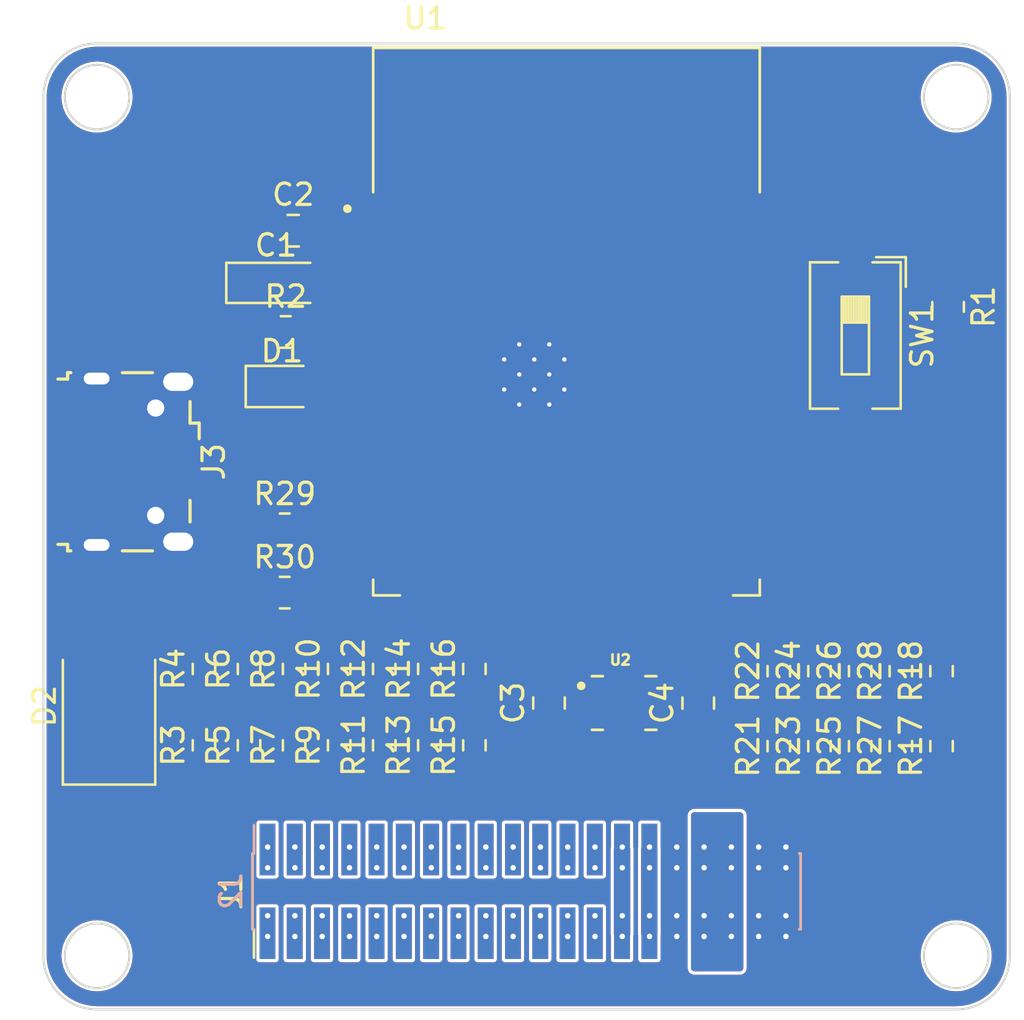
<source format=kicad_pcb>
(kicad_pcb (version 20221018) (generator pcbnew)
  (title_block (date "2023-06-14"))
  (layers (0 "F.Cu" signal) (31 "B.Cu" signal) (34 "B.Paste" user) (35 "F.Paste" user) (36 "B.SilkS" user "B.Silkscreen") (37 "F.SilkS" user "F.Silkscreen") (38 "B.Mask" user) (39 "F.Mask" user) (44 "Edge.Cuts" user))
  (net 0 "")
  (net 1 "+3.3V")
  (net 2 "+5V")
  (net 3 "/SPI_CS")
  (net 4 "/SPI_CLK")
  (net 5 "/SPI_MOSI")
  (net 6 "/SPI_MISO")
  (net 7 "/I2C_CLK")
  (net 8 "/GPIO_1")
  (net 9 "/GPIO_2")
  (net 10 "/GPIO_3")
  (net 11 "/GPIO_4")
  (net 12 "/GPIO_5")
  (net 13 "/GPIO_6")
  (net 14 "/GPIO_7")
  (net 15 "/GPIO_8")
  (net 16 "/ADC_1")
  (net 17 "/ADC_3")
  (net 18 "/ADC_4")
  (net 19 "/UART1_RX")
  (net 20 "/UART1_TX")
  (net 21 "/ADC_2")
  (net 22 "/I2C_SDA")
  (net 23 "/UART2_RX")
  (net 24 "Net-(D2-A)")
  (net 25 "/UART1_Rx")
  (net 26 "/USB-")
  (net 27 "/USB+")
  (net 28 "GND")
  (net 29 "/UART1_Tx")
  (net 30 "/UART2_TX")
  (net 31 "Net-(D1-K)")
  (net 32 "/LED")
  (net 33 "Net-(R1-Pad2)")
  (net 34 "/adc1_ch3")
  (net 35 "/adc1_ch4")
  (net 36 "/adc1_ch5")
  (net 37 "/adc1_ch6")
  (net 38 "/uart0_rx")
  (net 39 "/uart0_tx")
  (net 40 "/uart1_rx")
  (net 41 "/uart1_tx")
  (net 42 "/i2c_clk")
  (net 43 "/i2c_sda")
  (net 44 "/spi3_cs")
  (net 45 "/spi3_clk")
  (net 46 "/spi3_mosi")
  (net 47 "/spi3_miso")
  (net 48 "/gpio9")
  (net 49 "/gpio10")
  (net 50 "/usb_d+")
  (net 51 "/usb_d-")
  (net 52 "/gpio1")
  (net 53 "/gpio2")
  (net 54 "/gpio3")
  (net 55 "/gpio4")
  (net 56 "/gpio5")
  (net 57 "/gpio7")
  (net 58 "/gpio8")
  (net 59 "Net-(U1-IO0)")
  (net 62 "/spi2_cs")
  (net 63 "/spi2_mosi")
  (net 64 "/spi2_clk")
  (net 65 "/spi2_miso")
  (net 66 "/IMU_FSYNC")
  (net 69 "/UART2_Rx")
  (net 70 "/UART2_Tx")
  (net 71 "/UART3_Rx")
  (net 72 "/UART3_Tx")
  (net 73 "/GPIO_9")
  (net 74 "/GPIO_10")
  (net 75 "/+BATT")
  (net 76 "Net-(J3-D-)")
  (net 77 "Net-(J3-D+)")
  (footprint "Resistor_SMD:R_0603_1608Metric" (layer "F.Cu") (at 84.961534 65.4542 90)
    (fp_text reference "R21" (at 0 -1.43 90) (layer "F.SilkS"))
    (fp_text value "100")
    (pad "1" smd roundrect (at -0.825 0 90) (size 0.8 0.95) (layers "F.Cu" "F.Paste" "F.Mask") (net 52 "/gpio1"))
    (pad "2" smd roundrect (at 0.825 0 90) (size 0.8 0.95) (layers "F.Cu" "F.Paste" "F.Mask") (net 8 "/GPIO_1"))
  )
  (footprint "Connector_PinHeader_1.27mm:PinHeader_2x20_P1.27mm_Vertical_SMD" (layer "F.Cu") (at 73.22 72.22 90)
    (fp_text reference "J1" (at 0 -13.76 90) (layer "F.SilkS"))
    (fp_text value "TOP" hide)
    (pad "1" smd rect (at -1.95 -12.065 90) (size 2.4 0.74) (layers "F.Cu" "F.Paste" "F.Mask") (net 16 "/ADC_1"))
    (pad "2" smd rect (at 1.95 -12.065 90) (size 2.4 0.74) (layers "F.Cu" "F.Paste" "F.Mask") (net 21 "/ADC_2"))
    (pad "3" smd rect (at -1.95 -10.795 90) (size 2.4 0.74) (layers "F.Cu" "F.Paste" "F.Mask") (net 17 "/ADC_3"))
    (pad "4" smd rect (at 1.95 -10.795 90) (size 2.4 0.74) (layers "F.Cu" "F.Paste" "F.Mask") (net 18 "/ADC_4"))
    (pad "5" smd rect (at -1.95 -9.525 90) (size 2.4 0.74) (layers "F.Cu" "F.Paste" "F.Mask") (net 25 "/UART1_Rx"))
    (pad "6" smd rect (at 1.95 -9.525 90) (size 2.4 0.74) (layers "F.Cu" "F.Paste" "F.Mask") (net 29 "/UART1_Tx"))
    (pad "7" smd rect (at -1.95 -8.255 90) (size 2.4 0.74) (layers "F.Cu" "F.Paste" "F.Mask") (net 69 "/UART2_Rx"))
    (pad "8" smd rect (at 1.95 -8.255 90) (size 2.4 0.74) (layers "F.Cu" "F.Paste" "F.Mask") (net 70 "/UART2_Tx"))
    (pad "9" smd rect (at -1.95 -6.985 90) (size 2.4 0.74) (layers "F.Cu" "F.Paste" "F.Mask") (net 71 "/UART3_Rx"))
    (pad "10" smd rect (at 1.95 -6.985 90) (size 2.4 0.74) (layers "F.Cu" "F.Paste" "F.Mask") (net 72 "/UART3_Tx"))
    (pad "11" smd rect (at -1.95 -5.715 90) (size 2.4 0.74) (layers "F.Cu" "F.Paste" "F.Mask") (net 22 "/I2C_SDA"))
    (pad "12" smd rect (at 1.95 -5.715 90) (size 2.4 0.74) (layers "F.Cu" "F.Paste" "F.Mask") (net 7 "/I2C_CLK"))
    (pad "13" smd rect (at -1.95 -4.445 90) (size 2.4 0.74) (layers "F.Cu" "F.Paste" "F.Mask") (net 3 "/SPI_CS"))
    (pad "14" smd rect (at 1.95 -4.445 90) (size 2.4 0.74) (layers "F.Cu" "F.Paste" "F.Mask") (net 4 "/SPI_CLK"))
    (pad "15" smd rect (at -1.95 -3.175 90) (size 2.4 0.74) (layers "F.Cu" "F.Paste" "F.Mask") (net 5 "/SPI_MOSI"))
    (pad "16" smd rect (at 1.95 -3.175 90) (size 2.4 0.74) (layers "F.Cu" "F.Paste" "F.Mask") (net 6 "/SPI_MISO"))
    (pad "17" smd rect (at -1.95 -1.905 90) (size 2.4 0.74) (layers "F.Cu" "F.Paste" "F.Mask") (net 8 "/GPIO_1"))
    (pad "18" smd rect (at 1.95 -1.905 90) (size 2.4 0.74) (layers "F.Cu" "F.Paste" "F.Mask") (net 9 "/GPIO_2"))
    (pad "19" smd rect (at -1.95 -0.635 90) (size 2.4 0.74) (layers "F.Cu" "F.Paste" "F.Mask") (net 10 "/GPIO_3"))
    (pad "20" smd rect (at 1.95 -0.635 90) (size 2.4 0.74) (layers "F.Cu" "F.Paste" "F.Mask") (net 11 "/GPIO_4"))
    (pad "21" smd rect (at -1.95 0.635 90) (size 2.4 0.74) (layers "F.Cu" "F.Paste" "F.Mask") (net 12 "/GPIO_5"))
    (pad "22" smd rect (at 1.95 0.635 90) (size 2.4 0.74) (layers "F.Cu" "F.Paste" "F.Mask") (net 13 "/GPIO_6"))
    (pad "23" smd rect (at -1.95 1.905 90) (size 2.4 0.74) (layers "F.Cu" "F.Paste" "F.Mask") (net 14 "/GPIO_7"))
    (pad "24" smd rect (at 1.95 1.905 90) (size 2.4 0.74) (layers "F.Cu" "F.Paste" "F.Mask") (net 15 "/GPIO_8"))
    (pad "25" smd rect (at -1.95 3.175 90) (size 2.4 0.74) (layers "F.Cu" "F.Paste" "F.Mask") (net 73 "/GPIO_9"))
    (pad "26" smd rect (at 1.95 3.175 90) (size 2.4 0.74) (layers "F.Cu" "F.Paste" "F.Mask") (net 74 "/GPIO_10"))
    (pad "27" smd rect (at -1.95 4.445 90) (size 2.4 0.74) (layers "F.Cu" "F.Paste" "F.Mask") (net 1 "+3.3V"))
    (pad "28" smd rect (at 1.95 4.445 90) (size 2.4 0.74) (layers "F.Cu" "F.Paste" "F.Mask") (net 1 "+3.3V"))
    (pad "29" smd rect (at -1.95 5.715 90) (size 2.4 0.74) (layers "F.Cu" "F.Paste" "F.Mask") (net 2 "+5V"))
    (pad "30" smd rect (at 1.95 5.715 90) (size 2.4 0.74) (layers "F.Cu" "F.Paste" "F.Mask") (net 2 "+5V"))
    (pad "31" smd rect (at -1.95 6.985 90) (size 2.4 0.74) (layers "F.Cu" "F.Paste" "F.Mask") (net 28 "GND"))
    (pad "32" smd rect (at 1.95 6.985 90) (size 2.4 0.74) (layers "F.Cu" "F.Paste" "F.Mask") (net 28 "GND"))
    (pad "33" smd rect (at -1.95 8.255 90) (size 2.4 0.74) (layers "F.Cu" "F.Paste" "F.Mask") (net 75 "/+BATT"))
    (pad "34" smd rect (at 1.95 8.255 90) (size 2.4 0.74) (layers "F.Cu" "F.Paste" "F.Mask") (net 75 "/+BATT"))
    (pad "35" smd rect (at -1.95 9.525 90) (size 2.4 0.74) (layers "F.Cu" "F.Paste" "F.Mask") (net 75 "/+BATT"))
    (pad "36" smd rect (at 1.95 9.525 90) (size 2.4 0.74) (layers "F.Cu" "F.Paste" "F.Mask") (net 75 "/+BATT"))
    (pad "37" smd rect (at -1.95 10.795 90) (size 2.4 0.74) (layers "F.Cu" "F.Paste" "F.Mask") (net 28 "GND"))
    (pad "38" smd rect (at 1.95 10.795 90) (size 2.4 0.74) (layers "F.Cu" "F.Paste" "F.Mask") (net 28 "GND"))
    (pad "39" smd rect (at -1.95 12.065 90) (size 2.4 0.74) (layers "F.Cu" "F.Paste" "F.Mask") (net 28 "GND"))
    (pad "40" smd rect (at 1.95 12.065 90) (size 2.4 0.74) (layers "F.Cu" "F.Paste" "F.Mask") (net 28 "GND"))
  )
  (footprint "Capacitor_SMD:C_0805_2012Metric" (layer "F.Cu") (at 81.2108 63.4496 90)
    (fp_text reference "C4" (at 0 -1.68 90) (layer "F.SilkS"))
    (fp_text value "0.1uF")
    (pad "1" smd roundrect (at -0.95 0 90) (size 1 1.45) (layers "F.Cu" "F.Paste" "F.Mask") (net 1 "+3.3V"))
    (pad "2" smd roundrect (at 0.95 0 90) (size 1 1.45) (layers "F.Cu" "F.Paste" "F.Mask") (net 28 "GND"))
  )
  (footprint "Resistor_SMD:R_0603_1608Metric" (layer "F.Cu") (at 90.644782 61.9632 90)
    (fp_text reference "R28" (at 0 -1.43 90) (layer "F.SilkS"))
    (fp_text value "100")
    (pad "1" smd roundrect (at -0.825 0 90) (size 0.8 0.95) (layers "F.Cu" "F.Paste" "F.Mask") (net 58 "/gpio8"))
    (pad "2" smd roundrect (at 0.825 0 90) (size 0.8 0.95) (layers "F.Cu" "F.Paste" "F.Mask") (net 15 "/GPIO_8"))
  )
  (footprint "Resistor_SMD:R_0805_2012Metric" (layer "F.Cu") (at 61.9595 55.3536)
    (fp_text reference "R29" (at 0 -1.65) (layer "F.SilkS"))
    (fp_text value "22")
    (pad "1" smd roundrect (at -0.9125 0) (size 1.025 1.4) (layers "F.Cu" "F.Paste" "F.Mask") (roundrect_rratio 0.243902) (net 77 "Net-(J3-D+)"))
    (pad "2" smd roundrect (at 0.9125 0) (size 1.025 1.4) (layers "F.Cu" "F.Paste" "F.Mask") (roundrect_rratio 0.243902) (net 27 "/USB+"))
  )
  (footprint "Capacitor_SMD:C_0805_2012Metric" (layer "F.Cu") (at 62.3551 41.4464)
    (fp_text reference "C2" (at 0 -1.68) (layer "F.SilkS"))
    (fp_text value "0.1uF")
    (pad "1" smd roundrect (at -0.95 0) (size 1 1.45) (layers "F.Cu" "F.Paste" "F.Mask") (net 1 "+3.3V"))
    (pad "2" smd roundrect (at 0.95 0) (size 1 1.45) (layers "F.Cu" "F.Paste" "F.Mask") (net 28 "GND"))
  )
  (footprint "Diode_SMD:D_SMB" (layer "F.Cu") (at 53.7788 63.5868 90)
    (fp_text reference "D2" (at 0 -3 90) (layer "F.SilkS"))
    (fp_text value "SS54")
    (pad "1" smd roundrect (at -2.15 0 90) (size 2.5 2.3) (layers "F.Cu" "F.Paste" "F.Mask") (roundrect_rratio 0.1086956522) (net 2 "+5V"))
    (pad "2" smd roundrect (at 2.15 0 90) (size 2.5 2.3) (layers "F.Cu" "F.Paste" "F.Mask") (roundrect_rratio 0.1086956522) (net 24 "Net-(D2-A)"))
  )
  (footprint "Resistor_SMD:R_0603_1608Metric" (layer "F.Cu") (at 68.691015 65.4156 90)
    (fp_text reference "R13" (at 0 -1.43 90) (layer "F.SilkS"))
    (fp_text value "100")
    (pad "1" smd roundrect (at -0.825 0 90) (size 0.8 0.95) (layers "F.Cu" "F.Paste" "F.Mask") (net 44 "/spi3_cs"))
    (pad "2" smd roundrect (at 0.825 0 90) (size 0.8 0.95) (layers "F.Cu" "F.Paste" "F.Mask") (net 3 "/SPI_CS"))
  )
  (footprint "Resistor_SMD:R_0603_1608Metric" (layer "F.Cu") (at 62.395446 61.8596 90)
    (fp_text reference "R8" (at 0 -1.43 90) (layer "F.SilkS"))
    (fp_text value "100")
    (pad "1" smd roundrect (at -0.825 0 90) (size 0.8 0.95) (layers "F.Cu" "F.Paste" "F.Mask") (net 39 "/uart0_tx"))
    (pad "2" smd roundrect (at 0.825 0 90) (size 0.8 0.95) (layers "F.Cu" "F.Paste" "F.Mask") (net 20 "/UART1_TX"))
  )
  (footprint "Resistor_SMD:R_0603_1608Metric" (layer "F.Cu") (at 64.493969 61.8596 90)
    (fp_text reference "R10" (at 0 -1.43 90) (layer "F.SilkS"))
    (fp_text value "100")
    (pad "1" smd roundrect (at -0.825 0 90) (size 0.8 0.95) (layers "F.Cu" "F.Paste" "F.Mask") (net 41 "/uart1_tx"))
    (pad "2" smd roundrect (at 0.825 0 90) (size 0.8 0.95) (layers "F.Cu" "F.Paste" "F.Mask") (net 30 "/UART2_TX"))
  )
  (footprint "Resistor_SMD:R_0603_1608Metric" (layer "F.Cu") (at 70.789538 65.4156 90)
    (fp_text reference "R15" (at 0 -1.43 90) (layer "F.SilkS"))
    (fp_text value "100")
    (pad "1" smd roundrect (at -0.825 0 90) (size 0.8 0.95) (layers "F.Cu" "F.Paste" "F.Mask") (net 46 "/spi3_mosi"))
    (pad "2" smd roundrect (at 0.825 0 90) (size 0.8 0.95) (layers "F.Cu" "F.Paste" "F.Mask") (net 5 "/SPI_MOSI"))
  )
  (footprint "Resistor_SMD:R_0603_1608Metric" (layer "F.Cu") (at 64.493969 65.4156 90)
    (fp_text reference "R9" (at 0 -1.43 90) (layer "F.SilkS"))
    (fp_text value "100")
    (pad "1" smd roundrect (at -0.825 0 90) (size 0.8 0.95) (layers "F.Cu" "F.Paste" "F.Mask") (net 40 "/uart1_rx"))
    (pad "2" smd roundrect (at 0.825 0 90) (size 0.8 0.95) (layers "F.Cu" "F.Paste" "F.Mask") (net 23 "/UART2_RX"))
  )
  (footprint "Resistor_SMD:R_0603_1608Metric" (layer "F.Cu") (at 92.5392 65.4542 90)
    (fp_text reference "R17" (at 0 -1.43 90) (layer "F.SilkS"))
    (fp_text value "100")
    (pad "1" smd roundrect (at -0.825 0 90) (size 0.8 0.95) (layers "F.Cu" "F.Paste" "F.Mask") (net 48 "/gpio9"))
    (pad "2" smd roundrect (at 0.825 0 90) (size 0.8 0.95) (layers "F.Cu" "F.Paste" "F.Mask") (net 73 "/GPIO_9"))
  )
  (footprint "Resistor_SMD:R_0603_1608Metric" (layer "F.Cu") (at 68.691015 61.8596 90)
    (fp_text reference "R14" (at 0 -1.43 90) (layer "F.SilkS"))
    (fp_text value "100")
    (pad "1" smd roundrect (at -0.825 0 90) (size 0.8 0.95) (layers "F.Cu" "F.Paste" "F.Mask") (net 45 "/spi3_clk"))
    (pad "2" smd roundrect (at 0.825 0 90) (size 0.8 0.95) (layers "F.Cu" "F.Paste" "F.Mask") (net 4 "/SPI_CLK"))
  )
  (footprint "Resistor_SMD:R_0603_1608Metric" (layer "F.Cu") (at 62.395446 65.4156 90)
    (fp_text reference "R7" (at 0 -1.43 90) (layer "F.SilkS"))
    (fp_text value "100")
    (pad "1" smd roundrect (at -0.825 0 90) (size 0.8 0.95) (layers "F.Cu" "F.Paste" "F.Mask") (net 38 "/uart0_rx"))
    (pad "2" smd roundrect (at 0.825 0 90) (size 0.8 0.95) (layers "F.Cu" "F.Paste" "F.Mask") (net 19 "/UART1_RX"))
  )
  (footprint "Resistor_SMD:R_0603_1608Metric" (layer "F.Cu") (at 88.750366 65.4542 90)
    (fp_text reference "R25" (at 0 -1.43 90) (layer "F.SilkS"))
    (fp_text value "100")
    (pad "1" smd roundrect (at -0.825 0 90) (size 0.8 0.95) (layers "F.Cu" "F.Paste" "F.Mask") (net 56 "/gpio5"))
    (pad "2" smd roundrect (at 0.825 0 90) (size 0.8 0.95) (layers "F.Cu" "F.Paste" "F.Mask") (net 12 "/GPIO_5"))
  )
  (footprint "Connector_USB:USB_Micro-B_Wuerth_629105150521" (layer "F.Cu") (at 55.1504 52.2076 -90)
    (fp_text reference "J3" (at 0 -3.5 90) (layer "F.SilkS"))
    (fp_text value "USB_B_Micro")
    (pad "" np_thru_hole oval (at -2.5 -0.8 270) (size 0.8 0.8) (drill 0.8) (layers "*.Cu" "*.Mask"))
    (pad "" np_thru_hole oval (at 2.5 -0.8 270) (size 0.8 0.8) (drill 0.8) (layers "*.Cu" "*.Mask"))
    (pad "1" smd rect (at -1.3 -1.9 270) (size 0.45 1.3) (layers "F.Cu" "F.Paste" "F.Mask") (net 24 "Net-(D2-A)"))
    (pad "2" smd rect (at -0.65 -1.9 270) (size 0.45 1.3) (layers "F.Cu" "F.Paste" "F.Mask") (net 76 "Net-(J3-D-)"))
    (pad "3" smd rect (at 0 -1.9 270) (size 0.45 1.3) (layers "F.Cu" "F.Paste" "F.Mask") (net 77 "Net-(J3-D+)"))
    (pad "4" smd rect (at 0.65 -1.9 270) (size 0.45 1.3) (layers "F.Cu" "F.Paste" "F.Mask"))
    (pad "5" smd rect (at 1.3 -1.9 270) (size 0.45 1.3) (layers "F.Cu" "F.Paste" "F.Mask") (net 28 "GND"))
    (pad "6" thru_hole oval (at -3.875 1.95 270) (size 1.15 1.8) (drill oval 0.55 1.2) (layers "*.Cu" "*.Mask") (net 28 "GND"))
    (pad "6" thru_hole oval (at -3.725 -1.85 270) (size 1.45 2) (drill oval 0.85 1.4) (layers "*.Cu" "*.Mask") (net 28 "GND"))
    (pad "6" thru_hole oval (at 3.725 -1.85 270) (size 1.45 2) (drill oval 0.85 1.4) (layers "*.Cu" "*.Mask") (net 28 "GND"))
    (pad "6" thru_hole oval (at 3.875 1.95 270) (size 1.15 1.8) (drill oval 0.55 1.2) (layers "*.Cu" "*.Mask") (net 28 "GND"))
  )
  (footprint "Resistor_SMD:R_0805_2012Metric" (layer "F.Cu") (at 61.9595 58.3036)
    (fp_text reference "R30" (at 0 -1.65) (layer "F.SilkS"))
    (fp_text value "22")
    (pad "1" smd roundrect (at -0.9125 0) (size 1.025 1.4) (layers "F.Cu" "F.Paste" "F.Mask") (roundrect_rratio 0.243902) (net 76 "Net-(J3-D-)"))
    (pad "2" smd roundrect (at 0.9125 0) (size 1.025 1.4) (layers "F.Cu" "F.Paste" "F.Mask") (roundrect_rratio 0.243902) (net 26 "/USB-"))
  )
  (footprint "Resistor_SMD:R_0603_1608Metric" (layer "F.Cu") (at 58.1984 65.4156 90)
    (fp_text reference "R3" (at 0 -1.43 90) (layer "F.SilkS"))
    (fp_text value "100")
    (pad "1" smd roundrect (at -0.825 0 90) (size 0.8 0.95) (layers "F.Cu" "F.Paste" "F.Mask") (net 34 "/adc1_ch3"))
    (pad "2" smd roundrect (at 0.825 0 90) (size 0.8 0.95) (layers "F.Cu" "F.Paste" "F.Mask") (net 16 "/ADC_1"))
  )
  (footprint "ICM-42688-P:ICM-42688-P" (layer "F.Cu") (at 77.7598 63.4456)
    (fp_text reference "U2" (at -0.176 -2.0048) (layer "F.SilkS") (effects (font (size 0.48 0.48))))
    (fp_text value "ICM-42688-P")
    (pad "1" smd roundrect (at -1.165 -0.75) (size 0.59 0.35) (layers "F.Cu" "F.Paste") (roundrect_rratio 0.09) (net 47 "/spi3_miso"))
    (pad "2" smd roundrect (at -1.165 -0.25) (size 0.59 0.35) (layers "F.Cu" "F.Paste") (roundrect_rratio 0.09) (net 28 "GND"))
    (pad "3" smd roundrect (at -1.165 0.25) (size 0.59 0.35) (layers "F.Cu" "F.Paste") (roundrect_rratio 0.09) (net 28 "GND"))
    (pad "4" smd roundrect (at -1.165 0.75) (size 0.59 0.35) (layers "F.Cu" "F.Paste") (roundrect_rratio 0.09))
    (pad "5" smd roundrect (at -0.5 0.915 90) (size 0.59 0.35) (layers "F.Cu" "F.Paste") (roundrect_rratio 0.09) (net 1 "+3.3V"))
    (pad "6" smd roundrect (at 0 0.915 90) (size 0.59 0.35) (layers "F.Cu" "F.Paste") (roundrect_rratio 0.09) (net 28 "GND"))
    (pad "7" smd roundrect (at 0.5 0.915 90) (size 0.59 0.35) (layers "F.Cu" "F.Paste") (roundrect_rratio 0.09) (net 28 "GND"))
    (pad "8" smd roundrect (at 1.165 0.75 180) (size 0.59 0.35) (layers "F.Cu" "F.Paste") (roundrect_rratio 0.09) (net 1 "+3.3V"))
    (pad "9" smd roundrect (at 1.165 0.25 180) (size 0.59 0.35) (layers "F.Cu" "F.Paste") (roundrect_rratio 0.09) (net 66 "/IMU_FSYNC"))
    (pad "10" smd roundrect (at 1.165 -0.25 180) (size 0.59 0.35) (layers "F.Cu" "F.Paste") (roundrect_rratio 0.09) (net 28 "GND"))
    (pad "11" smd roundrect (at 1.165 -0.75 180) (size 0.59 0.35) (layers "F.Cu" "F.Paste") (roundrect_rratio 0.09) (net 28 "GND"))
    (pad "12" smd roundrect (at 0.5 -0.915 270) (size 0.59 0.35) (layers "F.Cu" "F.Paste") (roundrect_rratio 0.09) (net 44 "/spi3_cs"))
    (pad "13" smd roundrect (at 0 -0.915 270) (size 0.59 0.35) (layers "F.Cu" "F.Paste") (roundrect_rratio 0.09) (net 45 "/spi3_clk"))
    (pad "14" smd roundrect (at -0.5 -0.915 270) (size 0.59 0.35) (layers "F.Cu" "F.Paste") (roundrect_rratio 0.09) (net 46 "/spi3_mosi"))
  )
  (footprint "Resistor_SMD:R_0603_1608Metric" (layer "F.Cu") (at 60.296923 65.4156 90)
    (fp_text reference "R5" (at 0 -1.43 90) (layer "F.SilkS"))
    (fp_text value "100")
    (pad "1" smd roundrect (at -0.825 0 90) (size 0.8 0.95) (layers "F.Cu" "F.Paste" "F.Mask") (net 36 "/adc1_ch5"))
    (pad "2" smd roundrect (at 0.825 0 90) (size 0.8 0.95) (layers "F.Cu" "F.Paste" "F.Mask") (net 17 "/ADC_3"))
  )
  (footprint "Resistor_SMD:R_0603_1608Metric" (layer "F.Cu") (at 58.1984 61.8596 90)
    (fp_text reference "R4" (at 0 -1.43 90) (layer "F.SilkS"))
    (fp_text value "100")
    (pad "1" smd roundrect (at -0.825 0 90) (size 0.8 0.95) (layers "F.Cu" "F.Paste" "F.Mask") (net 35 "/adc1_ch4"))
    (pad "2" smd roundrect (at 0.825 0 90) (size 0.8 0.95) (layers "F.Cu" "F.Paste" "F.Mask") (net 21 "/ADC_2"))
  )
  (footprint "Resistor_SMD:R_0603_1608Metric" (layer "F.Cu") (at 88.750366 61.9632 90)
    (fp_text reference "R26" (at 0 -1.43 90) (layer "F.SilkS"))
    (fp_text value "100")
    (pad "1" smd roundrect (at -0.825 0 90) (size 0.8 0.95) (layers "F.Cu" "F.Paste" "F.Mask") (net 56 "/gpio5"))
    (pad "2" smd roundrect (at 0.825 0 90) (size 0.8 0.95) (layers "F.Cu" "F.Paste" "F.Mask") (net 13 "/GPIO_6"))
  )
  (footprint "Resistor_SMD:R_0603_1608Metric" (layer "F.Cu") (at 92.5392 61.9632 90)
    (fp_text reference "R18" (at 0 -1.43 90) (layer "F.SilkS"))
    (fp_text value "100")
    (pad "1" smd roundrect (at -0.825 0 90) (size 0.8 0.95) (layers "F.Cu" "F.Paste" "F.Mask") (net 49 "/gpio10"))
    (pad "2" smd roundrect (at 0.825 0 90) (size 0.8 0.95) (layers "F.Cu" "F.Paste" "F.Mask") (net 74 "/GPIO_10"))
  )
  (footprint "Button_Switch_SMD:SW_DIP_SPSTx01_Slide_6.7x4.1mm_W6.73mm_P2.54mm_LowProfile_JPin" (layer "F.Cu") (at 88.526 46.327 -90)
    (fp_text reference "SW1" (at 0 -3.11 90) (layer "F.SilkS"))
    (fp_text value "SW_Push")
    (pad "1" smd rect (at -3.365 0 270) (size 2.16 1.12) (layers "F.Cu" "F.Paste" "F.Mask") (net 33 "Net-(R1-Pad2)"))
    (pad "2" smd rect (at 3.365 0 270) (size 2.16 1.12) (layers "F.Cu" "F.Paste" "F.Mask") (net 59 "Net-(U1-IO0)"))
  )
  (footprint "Resistor_SMD:R_0603_1608Metric" (layer "F.Cu") (at 84.961534 61.9632 90)
    (fp_text reference "R22" (at 0 -1.43 90) (layer "F.SilkS"))
    (fp_text value "100")
    (pad "1" smd roundrect (at -0.825 0 90) (size 0.8 0.95) (layers "F.Cu" "F.Paste" "F.Mask") (net 53 "/gpio2"))
    (pad "2" smd roundrect (at 0.825 0 90) (size 0.8 0.95) (layers "F.Cu" "F.Paste" "F.Mask") (net 9 "/GPIO_2"))
  )
  (footprint "Capacitor_SMD:C_0805_2012Metric" (layer "F.Cu") (at 74.2638 63.4446 90)
    (fp_text reference "C3" (at 0 -1.68 90) (layer "F.SilkS"))
    (fp_text value "0.1uF")
    (pad "1" smd roundrect (at -0.95 0 90) (size 1 1.45) (layers "F.Cu" "F.Paste" "F.Mask") (net 1 "+3.3V"))
    (pad "2" smd roundrect (at 0.95 0 90) (size 1 1.45) (layers "F.Cu" "F.Paste" "F.Mask") (net 28 "GND"))
  )
  (footprint "Resistor_SMD:R_0603_1608Metric" (layer "F.Cu") (at 86.85595 65.4542 90)
    (fp_text reference "R23" (at 0 -1.43 90) (layer "F.SilkS"))
    (fp_text value "100")
    (pad "1" smd roundrect (at -0.825 0 90) (size 0.8 0.95) (layers "F.Cu" "F.Paste" "F.Mask") (net 54 "/gpio3"))
    (pad "2" smd roundrect (at 0.825 0 90) (size 0.8 0.95) (layers "F.Cu" "F.Paste" "F.Mask") (net 10 "/GPIO_3"))
  )
  (footprint "Resistor_SMD:R_0603_1608Metric" (layer "F.Cu") (at 66.592492 61.8596 90)
    (fp_text reference "R12" (at 0 -1.43 90) (layer "F.SilkS"))
    (fp_text value "100")
    (pad "1" smd roundrect (at -0.825 0 90) (size 0.8 0.95) (layers "F.Cu" "F.Paste" "F.Mask") (net 43 "/i2c_sda"))
    (pad "2" smd roundrect (at 0.825 0 90) (size 0.8 0.95) (layers "F.Cu" "F.Paste" "F.Mask") (net 7 "/I2C_CLK"))
  )
  (footprint "Resistor_SMD:R_0603_1608Metric" (layer "F.Cu") (at 86.85595 61.9632 90)
    (fp_text reference "R24" (at 0 -1.43 90) (layer "F.SilkS"))
    (fp_text value "100")
    (pad "1" smd roundrect (at -0.825 0 90) (size 0.8 0.95) (layers "F.Cu" "F.Paste" "F.Mask") (net 55 "/gpio4"))
    (pad "2" smd roundrect (at 0.825 0 90) (size 0.8 0.95) (layers "F.Cu" "F.Paste" "F.Mask") (net 11 "/GPIO_4"))
  )
  (footprint "ESP32-S3-WROOM-1:ESP32-S3-WROOM-1" (layer "F.Cu") (at 75.077 45.682)
    (fp_text reference "U1" (at -6.575 -14.135) (layer "F.SilkS"))
    (fp_text value "ESP32-S3-WROOM-1-N16R2")
    (pad "1" smd rect (at -8.75 -5.26) (size 1.5 0.9) (layers "F.Cu" "F.Paste" "F.Mask") (net 28 "GND"))
    (pad "2" smd rect (at -8.75 -3.99) (size 1.5 0.9) (layers "F.Cu" "F.Paste" "F.Mask") (net 1 "+3.3V"))
    (pad "3" smd rect (at -8.75 -2.72) (size 1.5 0.9) (layers "F.Cu" "F.Paste" "F.Mask") (net 1 "+3.3V"))
    (pad "4" smd rect (at -8.75 -1.45) (size 1.5 0.9) (layers "F.Cu" "F.Paste" "F.Mask") (net 34 "/adc1_ch3"))
    (pad "5" smd rect (at -8.75 -0.18) (size 1.5 0.9) (layers "F.Cu" "F.Paste" "F.Mask") (net 35 "/adc1_ch4"))
    (pad "6" smd rect (at -8.75 1.09) (size 1.5 0.9) (layers "F.Cu" "F.Paste" "F.Mask") (net 36 "/adc1_ch5"))
    (pad "7" smd rect (at -8.75 2.36) (size 1.5 0.9) (layers "F.Cu" "F.Paste" "F.Mask") (net 37 "/adc1_ch6"))
    (pad "8" smd rect (at -8.75 3.63) (size 1.5 0.9) (layers "F.Cu" "F.Paste" "F.Mask") (net 41 "/uart1_tx"))
    (pad "9" smd rect (at -8.75 4.9) (size 1.5 0.9) (layers "F.Cu" "F.Paste" "F.Mask") (net 40 "/uart1_rx"))
    (pad "10" smd rect (at -8.75 6.17) (size 1.5 0.9) (layers "F.Cu" "F.Paste" "F.Mask") (net 42 "/i2c_clk"))
    (pad "11" smd rect (at -8.75 7.44) (size 1.5 0.9) (layers "F.Cu" "F.Paste" "F.Mask") (net 43 "/i2c_sda"))
    (pad "12" smd rect (at -8.75 8.71) (size 1.5 0.9) (layers "F.Cu" "F.Paste" "F.Mask") (net 32 "/LED"))
    (pad "13" smd rect (at -8.75 9.98) (size 1.5 0.9) (layers "F.Cu" "F.Paste" "F.Mask") (net 51 "/usb_d-"))
    (pad "14" smd rect (at -8.75 11.25) (size 1.5 0.9) (layers "F.Cu" "F.Paste" "F.Mask") (net 50 "/usb_d+"))
    (pad "15" smd rect (at -6.985 12.5) (size 0.9 1.5) (layers "F.Cu" "F.Paste" "F.Mask"))
    (pad "16" smd rect (at -5.715 12.5) (size 0.9 1.5) (layers "F.Cu" "F.Paste" "F.Mask"))
    (pad "17" smd rect (at -4.445 12.5) (size 0.9 1.5) (layers "F.Cu" "F.Paste" "F.Mask") (net 62 "/spi2_cs"))
    (pad "18" smd rect (at -3.175 12.5) (size 0.9 1.5) (layers "F.Cu" "F.Paste" "F.Mask") (net 63 "/spi2_mosi"))
    (pad "19" smd rect (at -1.905 12.5) (size 0.9 1.5) (layers "F.Cu" "F.Paste" "F.Mask") (net 64 "/spi2_clk"))
    (pad "20" smd rect (at -0.635 12.5) (size 0.9 1.5) (layers "F.Cu" "F.Paste" "F.Mask") (net 65 "/spi2_miso"))
    (pad "21" smd rect (at 0.635 12.5) (size 0.9 1.5) (layers "F.Cu" "F.Paste" "F.Mask") (net 44 "/spi3_cs"))
    (pad "22" smd rect (at 1.905 12.5) (size 0.9 1.5) (layers "F.Cu" "F.Paste" "F.Mask") (net 45 "/spi3_clk"))
    (pad "23" smd rect (at 3.175 12.5) (size 0.9 1.5) (layers "F.Cu" "F.Paste" "F.Mask") (net 46 "/spi3_mosi"))
    (pad "24" smd rect (at 4.445 12.5) (size 0.9 1.5) (layers "F.Cu" "F.Paste" "F.Mask") (net 47 "/spi3_miso"))
    (pad "25" smd rect (at 5.715 12.5) (size 0.9 1.5) (layers "F.Cu" "F.Paste" "F.Mask") (net 66 "/IMU_FSYNC"))
    (pad "26" smd rect (at 6.985 12.5) (size 0.9 1.5) (layers "F.Cu" "F.Paste" "F.Mask"))
    (pad "27" smd rect (at 8.75 11.25) (size 1.5 0.9) (layers "F.Cu" "F.Paste" "F.Mask") (net 59 "Net-(U1-IO0)"))
    (pad "28" smd rect (at 8.75 9.98) (size 1.5 0.9) (layers "F.Cu" "F.Paste" "F.Mask") (net 52 "/gpio1"))
    (pad "29" smd rect (at 8.75 8.71) (size 1.5 0.9) (layers "F.Cu" "F.Paste" "F.Mask") (net 53 "/gpio2"))
    (pad "30" smd rect (at 8.75 7.44) (size 1.5 0.9) (layers "F.Cu" "F.Paste" "F.Mask") (net 54 "/gpio3"))
    (pad "31" smd rect (at 8.75 6.17) (size 1.5 0.9) (layers "F.Cu" "F.Paste" "F.Mask") (net 55 "/gpio4"))
    (pad "32" smd rect (at 8.75 4.9) (size 1.5 0.9) (layers "F.Cu" "F.Paste" "F.Mask") (net 56 "/gpio5"))
    (pad "33" smd rect (at 8.75 3.63) (size 1.5 0.9) (layers "F.Cu" "F.Paste" "F.Mask") (net 56 "/gpio5"))
    (pad "34" smd rect (at 8.75 2.36) (size 1.5 0.9) (layers "F.Cu" "F.Paste" "F.Mask") (net 57 "/gpio7"))
    (pad "35" smd rect (at 8.75 1.09) (size 1.5 0.9) (layers "F.Cu" "F.Paste" "F.Mask") (net 58 "/gpio8"))
    (pad "36" smd rect (at 8.75 -0.18) (size 1.5 0.9) (layers "F.Cu" "F.Paste" "F.Mask") (net 38 "/uart0_rx"))
    (pad "37" smd rect (at 8.75 -1.45) (size 1.5 0.9) (layers "F.Cu" "F.Paste" "F.Mask") (net 39 "/uart0_tx"))
    (pad "38" smd rect (at 8.75 -2.72) (size 1.5 0.9) (layers "F.Cu" "F.Paste" "F.Mask") (net 48 "/gpio9"))
    (pad "39" smd rect (at 8.75 -3.99) (size 1.5 0.9) (layers "F.Cu" "F.Paste" "F.Mask") (net 49 "/gpio10"))
    (pad "40" smd rect (at 8.75 -5.26) (size 1.5 0.9) (layers "F.Cu" "F.Paste" "F.Mask") (net 28 "GND"))
    (pad "41_1" smd rect (at -1.5 2.46) (size 0.9 0.9) (layers "F.Cu" "F.Paste" "F.Mask") (net 28 "GND"))
    (pad "41_2" smd rect (at -2.9 2.46) (size 0.9 0.9) (layers "F.Cu" "F.Paste" "F.Mask") (net 28 "GND"))
    (pad "41_3" smd rect (at -0.1 2.46) (size 0.9 0.9) (layers "F.Cu" "F.Paste" "F.Mask") (net 28 "GND"))
    (pad "41_4" smd rect (at -2.9 3.86) (size 0.9 0.9) (layers "F.Cu" "F.Paste" "F.Mask") (net 28 "GND"))
    (pad "41_5" smd rect (at -1.5 3.86) (size 0.9 0.9) (layers "F.Cu" "F.Paste" "F.Mask") (net 28 "GND"))
    (pad "41_6" smd rect (at -0.1 3.86) (size 0.9 0.9) (layers "F.Cu" "F.Paste" "F.Mask") (net 28 "GND"))
    (pad "41_7" smd rect (at -2.9 1.06) (size 0.9 0.9) (layers "F.Cu" "F.Paste" "F.Mask") (net 28 "GND"))
    (pad "41_8" smd rect (at -1.5 1.06) (size 0.9 0.9) (layers "F.Cu" "F.Paste" "F.Mask") (net 28 "GND"))
    (pad "41_9" smd rect (at -0.1 1.06) (size 0.9 0.9) (layers "F.Cu" "F.Paste" "F.Mask") (net 28 "GND"))
    (pad "41_10" thru_hole circle (at -1.5 1.76) (size 0.4 0.4) (drill 0.2) (layers "*.Cu"))
    (pad "41_11" thru_hole circle (at -2.9 1.76) (size 0.4 0.4) (drill 0.2) (layers "*.Cu"))
    (pad "41_12" thru_hole circle (at -0.1 1.76) (size 0.4 0.4) (drill 0.2) (layers "*.Cu"))
    (pad "41_13" thru_hole circle (at -2.9 3.16) (size 0.4 0.4) (drill 0.2) (layers "*.Cu"))
    (pad "41_14" thru_hole circle (at -1.5 3.16) (size 0.4 0.4) (drill 0.2) (layers "*.Cu"))
    (pad "41_15" thru_hole circle (at -0.1 3.16) (size 0.4 0.4) (drill 0.2) (layers "*.Cu"))
    (pad "41_16" thru_hole circle (at -2.2 1.06) (size 0.4 0.4) (drill 0.2) (layers "*.Cu"))
    (pad "41_17" thru_hole circle (at -0.8 1.06) (size 0.4 0.4) (drill 0.2) (layers "*.Cu"))
    (pad "41_18" thru_hole circle (at -2.2 2.46) (size 0.4 0.4) (drill 0.2) (layers "*.Cu"))
    (pad "41_19" thru_hole circle (at -0.8 2.46) (size 0.4 0.4) (drill 0.2) (layers "*.Cu"))
    (pad "41_20" thru_hole circle (at -2.2 3.86) (size 0.4 0.4) (drill 0.2) (layers "*.Cu"))
    (pad "41_21" thru_hole circle (at -0.8 3.86) (size 0.4 0.4) (drill 0.2) (layers "*.Cu"))
    (zone (net 0) (net_name "") (layer "F.Cu") (connect_pads (clearance 0)) (min_thickness 0.01)
      (keepout (tracks not_allowed) (vias not_allowed) (pads not_allowed) (copperpour not_allowed) (footprints allowed))
      (fill (thermal_gap 0.508) (thermal_bridge_width 0.508))
      (polygon (pts (xy 66.077 32.932) (xy 84.077 32.932) (xy 84.077 38.932) (xy 66.077 38.932)))
    )
    (zone (net 0) (net_name "") (layer "B.Cu") (connect_pads (clearance 0)) (min_thickness 0.01)
      (keepout (tracks not_allowed) (vias not_allowed) (pads not_allowed) (copperpour not_allowed) (footprints allowed))
      (fill (thermal_gap 0.508) (thermal_bridge_width 0.508))
      (polygon (pts (xy 66.077 32.932) (xy 84.077 32.932) (xy 84.077 38.932) (xy 66.077 38.932)))
    )
  )
  (footprint "Resistor_SMD:R_0805_2012Metric" (layer "F.Cu") (at 92.844 44.994 -90)
    (fp_text reference "R1" (at 0 -1.65 90) (layer "F.SilkS"))
    (fp_text value "1k")
    (pad "1" smd roundrect (at -0.9125 0 270) (size 1.025 1.4) (layers "F.Cu" "F.Paste" "F.Mask") (roundrect_rratio 0.243902) (net 28 "GND"))
    (pad "2" smd roundrect (at 0.9125 0 270) (size 1.025 1.4) (layers "F.Cu" "F.Paste" "F.Mask") (roundrect_rratio 0.243902) (net 33 "Net-(R1-Pad2)"))
  )
  (footprint "Resistor_SMD:R_0805_2012Metric" (layer "F.Cu") (at 62.0038 46.1624)
    (fp_text reference "R2" (at 0 -1.65) (layer "F.SilkS"))
    (fp_text value "10k")
    (pad "1" smd roundrect (at -0.9125 0) (size 1.025 1.4) (layers "F.Cu" "F.Paste" "F.Mask") (roundrect_rratio 0.243902) (net 28 "GND"))
    (pad "2" smd roundrect (at 0.9125 0) (size 1.025 1.4) (layers "F.Cu" "F.Paste" "F.Mask") (roundrect_rratio 0.243902) (net 31 "Net-(D1-K)"))
  )
  (footprint "Resistor_SMD:R_0603_1608Metric" (layer "F.Cu") (at 66.592492 65.4156 90)
    (fp_text reference "R11" (at 0 -1.43 90) (layer "F.SilkS"))
    (fp_text value "100")
    (pad "1" smd roundrect (at -0.825 0 90) (size 0.8 0.95) (layers "F.Cu" "F.Paste" "F.Mask") (net 42 "/i2c_clk"))
    (pad "2" smd roundrect (at 0.825 0 90) (size 0.8 0.95) (layers "F.Cu" "F.Paste" "F.Mask") (net 22 "/I2C_SDA"))
  )
  (footprint "Resistor_SMD:R_0603_1608Metric" (layer "F.Cu") (at 70.789538 61.8596 90)
    (fp_text reference "R16" (at 0 -1.43 90) (layer "F.SilkS"))
    (fp_text value "100")
    (pad "1" smd roundrect (at -0.825 0 90) (size 0.8 0.95) (layers "F.Cu" "F.Paste" "F.Mask") (net 47 "/spi3_miso"))
    (pad "2" smd roundrect (at 0.825 0 90) (size 0.8 0.95) (layers "F.Cu" "F.Paste" "F.Mask") (net 6 "/SPI_MISO"))
  )
  (footprint "LED_SMD:LED_0805_2012Metric" (layer "F.Cu") (at 61.8283 48.7024)
    (fp_text reference "D1" (at 0 -1.65) (layer "F.SilkS"))
    (fp_text value "LED")
    (pad "1" smd roundrect (at -0.9375 0) (size 0.975 1.4) (layers "F.Cu" "F.Paste" "F.Mask") (net 31 "Net-(D1-K)"))
    (pad "2" smd roundrect (at 0.9375 0) (size 0.975 1.4) (layers "F.Cu" "F.Paste" "F.Mask") (net 32 "/LED"))
  )
  (footprint "Resistor_SMD:R_0603_1608Metric" (layer "F.Cu") (at 60.296923 61.8596 90)
    (fp_text reference "R6" (at 0 -1.43 90) (layer "F.SilkS"))
    (fp_text value "100")
    (pad "1" smd roundrect (at -0.825 0 90) (size 0.8 0.95) (layers "F.Cu" "F.Paste" "F.Mask") (net 37 "/adc1_ch6"))
    (pad "2" smd roundrect (at 0.825 0 90) (size 0.8 0.95) (layers "F.Cu" "F.Paste" "F.Mask") (net 18 "/ADC_4"))
  )
  (footprint "Capacitor_Tantalum_SMD:CP_EIA-3216-12_Kemet-S" (layer "F.Cu") (at 61.5481 43.8764)
    (fp_text reference "C1" (at 0 -1.75) (layer "F.SilkS"))
    (fp_text value "47uF")
    (pad "1" smd roundrect (at -1.35 0) (size 1.4 1.35) (layers "F.Cu" "F.Paste" "F.Mask") (roundrect_rratio 0.185185) (net 1 "+3.3V"))
    (pad "2" smd roundrect (at 1.35 0) (size 1.4 1.35) (layers "F.Cu" "F.Paste" "F.Mask") (roundrect_rratio 0.185185) (net 28 "GND"))
  )
  (footprint "Resistor_SMD:R_0603_1608Metric" (layer "F.Cu") (at 90.644782 65.4542 90)
    (fp_text reference "R27" (at 0 -1.43 90) (layer "F.SilkS"))
    (fp_text value "100")
    (pad "1" smd roundrect (at -0.825 0 90) (size 0.8 0.95) (layers "F.Cu" "F.Paste" "F.Mask") (net 57 "/gpio7"))
    (pad "2" smd roundrect (at 0.825 0 90) (size 0.8 0.95) (layers "F.Cu" "F.Paste" "F.Mask") (net 14 "/GPIO_7"))
  )
  (footprint "Connector_PinHeader_1.27mm:PinHeader_2x20_P1.27mm_Vertical_SMD" (layer "B.Cu") (at 73.22 72.22 -90)
    (fp_text reference "J2" (at 0 13.76 90) (layer "B.SilkS") (effects (justify mirror)))
    (fp_text value "BUTTOM" hide)
    (pad "1" smd rect (at -1.95 12.065 270) (size 2.4 0.74) (layers "B.Cu" "B.Paste" "B.Mask") (net 21 "/ADC_2"))
    (pad "2" smd rect (at 1.95 12.065 270) (size 2.4 0.74) (layers "B.Cu" "B.Paste" "B.Mask") (net 16 "/ADC_1"))
    (pad "3" smd rect (at -1.95 10.795 270) (size 2.4 0.74) (layers "B.Cu" "B.Paste" "B.Mask") (net 18 "/ADC_4"))
    (pad "4" smd rect (at 1.95 10.795 270) (size 2.4 0.74) (layers "B.Cu" "B.Paste" "B.Mask") (net 17 "/ADC_3"))
    (pad "5" smd rect (at -1.95 9.525 270) (size 2.4 0.74) (layers "B.Cu" "B.Paste" "B.Mask") (net 29 "/UART1_Tx"))
    (pad "6" smd rect (at 1.95 9.525 270) (size 2.4 0.74) (layers "B.Cu" "B.Paste" "B.Mask") (net 25 "/UART1_Rx"))
    (pad "7" smd rect (at -1.95 8.255 270) (size 2.4 0.74) (layers "B.Cu" "B.Paste" "B.Mask") (net 70 "/UART2_Tx"))
    (pad "8" smd rect (at 1.95 8.255 270) (size 2.4 0.74) (layers "B.Cu" "B.Paste" "B.Mask") (net 69 "/UART2_Rx"))
    (pad "9" smd rect (at -1.95 6.985 270) (size 2.4 0.74) (layers "B.Cu" "B.Paste" "B.Mask") (net 72 "/UART3_Tx"))
    (pad "10" smd rect (at 1.95 6.985 270) (size 2.4 0.74) (layers "B.Cu" "B.Paste" "B.Mask") (net 71 "/UART3_Rx"))
    (pad "11" smd rect (at -1.95 5.715 270) (size 2.4 0.74) (layers "B.Cu" "B.Paste" "B.Mask") (net 7 "/I2C_CLK"))
    (pad "12" smd rect (at 1.95 5.715 270) (size 2.4 0.74) (layers "B.Cu" "B.Paste" "B.Mask") (net 22 "/I2C_SDA"))
    (pad "13" smd rect (at -1.95 4.445 270) (size 2.4 0.74) (layers "B.Cu" "B.Paste" "B.Mask") (net 4 "/SPI_CLK"))
    (pad "14" smd rect (at 1.95 4.445 270) (size 2.4 0.74) (layers "B.Cu" "B.Paste" "B.Mask") (net 3 "/SPI_CS"))
    (pad "15" smd rect (at -1.95 3.175 270) (size 2.4 0.74) (layers "B.Cu" "B.Paste" "B.Mask") (net 6 "/SPI_MISO"))
    (pad "16" smd rect (at 1.95 3.175 270) (size 2.4 0.74) (layers "B.Cu" "B.Paste" "B.Mask") (net 5 "/SPI_MOSI"))
    (pad "17" smd rect (at -1.95 1.905 270) (size 2.4 0.74) (layers "B.Cu" "B.Paste" "B.Mask") (net 9 "/GPIO_2"))
    (pad "18" smd rect (at 1.95 1.905 270) (size 2.4 0.74) (layers "B.Cu" "B.Paste" "B.Mask") (net 8 "/GPIO_1"))
    (pad "19" smd rect (at -1.95 0.635 270) (size 2.4 0.74) (layers "B.Cu" "B.Paste" "B.Mask") (net 11 "/GPIO_4"))
    (pad "20" smd rect (at 1.95 0.635 270) (size 2.4 0.74) (layers "B.Cu" "B.Paste" "B.Mask") (net 10 "/GPIO_3"))
    (pad "21" smd rect (at -1.95 -0.635 270) (size 2.4 0.74) (layers "B.Cu" "B.Paste" "B.Mask") (net 13 "/GPIO_6"))
    (pad "22" smd rect (at 1.95 -0.635 270) (size 2.4 0.74) (layers "B.Cu" "B.Paste" "B.Mask") (net 12 "/GPIO_5"))
    (pad "23" smd rect (at -1.95 -1.905 270) (size 2.4 0.74) (layers "B.Cu" "B.Paste" "B.Mask") (net 15 "/GPIO_8"))
    (pad "24" smd rect (at 1.95 -1.905 270) (size 2.4 0.74) (layers "B.Cu" "B.Paste" "B.Mask") (net 14 "/GPIO_7"))
    (pad "25" smd rect (at -1.95 -3.175 270) (size 2.4 0.74) (layers "B.Cu" "B.Paste" "B.Mask") (net 74 "/GPIO_10"))
    (pad "26" smd rect (at 1.95 -3.175 270) (size 2.4 0.74) (layers "B.Cu" "B.Paste" "B.Mask") (net 73 "/GPIO_9"))
    (pad "27" smd rect (at -1.95 -4.445 270) (size 2.4 0.74) (layers "B.Cu" "B.Paste" "B.Mask") (net 1 "+3.3V"))
    (pad "28" smd rect (at 1.95 -4.445 270) (size 2.4 0.74) (layers "B.Cu" "B.Paste" "B.Mask") (net 1 "+3.3V"))
    (pad "29" smd rect (at -1.95 -5.715 270) (size 2.4 0.74) (layers "B.Cu" "B.Paste" "B.Mask") (net 2 "+5V"))
    (pad "30" smd rect (at 1.95 -5.715 270) (size 2.4 0.74) (layers "B.Cu" "B.Paste" "B.Mask") (net 2 "+5V"))
    (pad "31" smd rect (at -1.95 -6.985 270) (size 2.4 0.74) (layers "B.Cu" "B.Paste" "B.Mask") (net 28 "GND"))
    (pad "32" smd rect (at 1.95 -6.985 270) (size 2.4 0.74) (layers "B.Cu" "B.Paste" "B.Mask") (net 28 "GND"))
    (pad "33" smd rect (at -1.95 -8.255 270) (size 2.4 0.74) (layers "B.Cu" "B.Paste" "B.Mask") (net 75 "/+BATT"))
    (pad "34" smd rect (at 1.95 -8.255 270) (size 2.4 0.74) (layers "B.Cu" "B.Paste" "B.Mask") (net 75 "/+BATT"))
    (pad "35" smd rect (at -1.95 -9.525 270) (size 2.4 0.74) (layers "B.Cu" "B.Paste" "B.Mask") (net 75 "/+BATT"))
    (pad "36" smd rect (at 1.95 -9.525 270) (size 2.4 0.74) (layers "B.Cu" "B.Paste" "B.Mask") (net 75 "/+BATT"))
    (pad "37" smd rect (at -1.95 -10.795 270) (size 2.4 0.74) (layers "B.Cu" "B.Paste" "B.Mask") (net 28 "GND"))
    (pad "38" smd rect (at 1.95 -10.795 270) (size 2.4 0.74) (layers "B.Cu" "B.Paste" "B.Mask") (net 28 "GND"))
    (pad "39" smd rect (at -1.95 -12.065 270) (size 2.4 0.74) (layers "B.Cu" "B.Paste" "B.Mask") (net 28 "GND"))
    (pad "40" smd rect (at 1.95 -12.065 270) (size 2.4 0.74) (layers "B.Cu" "B.Paste" "B.Mask") (net 28 "GND"))
  )
  (gr_line locked (start 95.72 75.22) (end 95.72 35.22) (stroke (width 0.1)) (layer "Edge.Cuts"))
  (gr_arc locked (start 50.72 35.22) (mid 51.452233 33.452233) (end 53.22 32.72) (stroke (width 0.1)) (layer "Edge.Cuts"))
  (gr_circle locked (center 93.22 75.22) (end 91.72 75.22) (stroke (width 0.1)) (fill none) (layer "Edge.Cuts"))
  (gr_circle locked (center 53.22 35.22) (end 54.72 35.22) (stroke (width 0.1)) (fill none) (layer "Edge.Cuts"))
  (gr_line locked (start 93.22 32.72) (end 53.22 32.72) (stroke (width 0.1)) (layer "Edge.Cuts"))
  (gr_arc locked (start 93.22 32.72) (mid 94.987767 33.452233) (end 95.72 35.22) (stroke (width 0.1)) (layer "Edge.Cuts"))
  (gr_arc locked (start 95.72 75.22) (mid 94.987767 76.987767) (end 93.22 77.72) (stroke (width 0.1)) (layer "Edge.Cuts"))
  (gr_circle locked (center 93.22 35.22) (end 93.22 36.72) (stroke (width 0.1)) (fill none) (layer "Edge.Cuts"))
  (gr_line locked (start 53.22 77.72) (end 93.22 77.72) (stroke (width 0.1)) (layer "Edge.Cuts"))
  (gr_arc locked (start 53.22 77.72) (mid 51.452233 76.987767) (end 50.72 75.22) (stroke (width 0.1)) (layer "Edge.Cuts"))
  (gr_circle locked (center 53.22 75.22) (end 53.22 73.72) (stroke (width 0.1)) (fill none) (layer "Edge.Cuts"))
  (gr_line locked (start 50.72 35.22) (end 50.72 75.22) (stroke (width 0.1)) (layer "Edge.Cuts"))
  (segment (start 77.665 70.27) (end 77.665 74.17) (width 0.762) (layer "F.Cu") (net 1))
  (via (at 77.6732 74.3204) (size 0.508) (drill 0.254) (layers "F.Cu" "B.Cu") (net 1))
  (via (at 77.6732 71.12) (size 0.508) (drill 0.254) (layers "F.Cu" "B.Cu") (net 1))
  (via (at 77.6732 73.3552) (size 0.508) (drill 0.254) (layers "F.Cu" "B.Cu") (net 1))
  (via (at 77.6732 70.1548) (size 0.508) (drill 0.254) (layers "F.Cu" "B.Cu") (net 1))
  (segment (start 77.665 70.27) (end 77.665 74.17) (width 0.762) (layer "B.Cu") (net 1))
  (segment (start 78.935 70.27) (end 78.935 74.17) (width 0.762) (layer "F.Cu") (net 2))
  (via (at 78.9432 73.3552) (size 0.508) (drill 0.254) (layers "F.Cu" "B.Cu") (net 2))
  (via (at 78.9432 71.12) (size 0.508) (drill 0.254) (layers "F.Cu" "B.Cu") (net 2))
  (via (at 78.9432 70.1548) (size 0.508) (drill 0.254) (layers "F.Cu" "B.Cu") (net 2))
  (via (at 78.9432 74.3204) (size 0.508) (drill 0.254) (layers "F.Cu" "B.Cu") (net 2))
  (segment (start 78.935 70.27) (end 78.935 74.17) (width 0.762) (layer "B.Cu") (net 2))
  (via (at 68.7832 73.3552) (size 0.508) (drill 0.254) (layers "F.Cu" "B.Cu") (net 3))
  (via (at 68.7832 74.3204) (size 0.508) (drill 0.254) (layers "F.Cu" "B.Cu") (net 3))
  (via (at 68.7832 71.12) (size 0.508) (drill 0.254) (layers "F.Cu" "B.Cu") (net 4))
  (via (at 68.7832 70.1548) (size 0.508) (drill 0.254) (layers "F.Cu" "B.Cu") (net 4))
  (via (at 70.0532 73.3552) (size 0.508) (drill 0.254) (layers "F.Cu" "B.Cu") (net 5))
  (via (at 70.0532 74.3204) (size 0.508) (drill 0.254) (layers "F.Cu" "B.Cu") (net 5))
  (via (at 70.0532 71.12) (size 0.508) (drill 0.254) (layers "F.Cu" "B.Cu") (net 6))
  (via (at 70.0532 70.1548) (size 0.508) (drill 0.254) (layers "F.Cu" "B.Cu") (net 6))
  (via (at 67.5132 71.12) (size 0.508) (drill 0.254) (layers "F.Cu" "B.Cu") (net 7))
  (via (at 67.5132 70.1548) (size 0.508) (drill 0.254) (layers "F.Cu" "B.Cu") (net 7))
  (via (at 71.3232 74.3204) (size 0.508) (drill 0.254) (layers "F.Cu" "B.Cu") (net 8))
  (via (at 71.3232 73.3552) (size 0.508) (drill 0.254) (layers "F.Cu" "B.Cu") (net 8))
  (via (at 71.3232 71.12) (size 0.508) (drill 0.254) (layers "F.Cu" "B.Cu") (net 9))
  (via (at 71.3232 70.1548) (size 0.508) (drill 0.254) (layers "F.Cu" "B.Cu") (net 9))
  (via (at 72.5932 74.3204) (size 0.508) (drill 0.254) (layers "F.Cu" "B.Cu") (net 10))
  (via (at 72.5932 73.3552) (size 0.508) (drill 0.254) (layers "F.Cu" "B.Cu") (net 10))
  (via (at 72.5932 71.12) (size 0.508) (drill 0.254) (layers "F.Cu" "B.Cu") (net 11))
  (via (at 72.5932 70.1548) (size 0.508) (drill 0.254) (layers "F.Cu" "B.Cu") (net 11))
  (via (at 73.8632 74.3204) (size 0.508) (drill 0.254) (layers "F.Cu" "B.Cu") (net 12))
  (via (at 73.8632 73.3552) (size 0.508) (drill 0.254) (layers "F.Cu" "B.Cu") (net 12))
  (via (at 73.8632 71.12) (size 0.508) (drill 0.254) (layers "F.Cu" "B.Cu") (net 13))
  (via (at 73.8632 70.1548) (size 0.508) (drill 0.254) (layers "F.Cu" "B.Cu") (net 13))
  (via (at 75.1332 74.3204) (size 0.508) (drill 0.254) (layers "F.Cu" "B.Cu") (net 14))
  (via (at 75.1332 73.3552) (size 0.508) (drill 0.254) (layers "F.Cu" "B.Cu") (net 14))
  (via (at 75.1332 71.12) (size 0.508) (drill 0.254) (layers "F.Cu" "B.Cu") (net 15))
  (via (at 75.1332 70.1548) (size 0.508) (drill 0.254) (layers "F.Cu" "B.Cu") (net 15))
  (via (at 61.1632 73.3552) (size 0.508) (drill 0.254) (layers "F.Cu" "B.Cu") (net 16))
  (via (at 61.1632 74.3204) (size 0.508) (drill 0.254) (layers "F.Cu" "B.Cu") (net 16))
  (via (at 62.4332 74.3204) (size 0.508) (drill 0.254) (layers "F.Cu" "B.Cu") (net 17))
  (via (at 62.4332 73.3552) (size 0.508) (drill 0.254) (layers "F.Cu" "B.Cu") (net 17))
  (via (at 62.4332 71.12) (size 0.508) (drill 0.254) (layers "F.Cu" "B.Cu") (net 18))
  (via (at 62.4332 70.1548) (size 0.508) (drill 0.254) (layers "F.Cu" "B.Cu") (net 18))
  (via (at 61.1632 70.1548) (size 0.508) (drill 0.254) (layers "F.Cu" "B.Cu") (net 21))
  (via (at 61.1632 71.12) (size 0.508) (drill 0.254) (layers "F.Cu" "B.Cu") (net 21))
  (via (at 67.5132 74.3204) (size 0.508) (drill 0.254) (layers "F.Cu" "B.Cu") (net 22))
  (via (at 67.5132 73.3552) (size 0.508) (drill 0.254) (layers "F.Cu" "B.Cu") (net 22))
  (via (at 63.7032 73.3552) (size 0.508) (drill 0.254) (layers "F.Cu" "B.Cu") (net 25))
  (via (at 63.7032 74.3204) (size 0.508) (drill 0.254) (layers "F.Cu" "B.Cu") (net 25))
  (via (at 85.2932 73.3552) (size 0.508) (drill 0.254) (layers "F.Cu" "B.Cu") (net 28))
  (via (at 84.0232 70.1548) (size 0.508) (drill 0.254) (layers "F.Cu" "B.Cu") (net 28))
  (via (at 84.0232 73.3552) (size 0.508) (drill 0.254) (layers "F.Cu" "B.Cu") (net 28))
  (via (at 85.2932 70.1548) (size 0.508) (drill 0.254) (layers "F.Cu" "B.Cu") (net 28))
  (via (at 85.2932 71.12) (size 0.508) (drill 0.254) (layers "F.Cu" "B.Cu") (net 28))
  (via (at 80.2132 74.3204) (size 0.508) (drill 0.254) (layers "F.Cu" "B.Cu") (net 28))
  (via (at 80.2132 73.3552) (size 0.508) (drill 0.254) (layers "F.Cu" "B.Cu") (net 28))
  (via (at 84.0232 71.12) (size 0.508) (drill 0.254) (layers "F.Cu" "B.Cu") (net 28))
  (via (at 80.2132 70.1548) (size 0.508) (drill 0.254) (layers "F.Cu" "B.Cu") (net 28))
  (via (at 85.2932 74.3204) (size 0.508) (drill 0.254) (layers "F.Cu" "B.Cu") (net 28))
  (via (at 80.2132 71.12) (size 0.508) (drill 0.254) (layers "F.Cu" "B.Cu") (net 28))
  (via (at 84.0232 74.3204) (size 0.508) (drill 0.254) (layers "F.Cu" "B.Cu") (net 28))
  (via (at 63.7032 71.12) (size 0.508) (drill 0.254) (layers "F.Cu" "B.Cu") (net 29))
  (via (at 63.7032 70.1548) (size 0.508) (drill 0.254) (layers "F.Cu" "B.Cu") (net 29))
  (via (at 64.9732 74.3204) (size 0.508) (drill 0.254) (layers "F.Cu" "B.Cu") (net 69))
  (via (at 64.9732 73.3552) (size 0.508) (drill 0.254) (layers "F.Cu" "B.Cu") (net 69))
  (via (at 64.9732 71.12) (size 0.508) (drill 0.254) (layers "F.Cu" "B.Cu") (net 70))
  (via (at 64.9732 70.1548) (size 0.508) (drill 0.254) (layers "F.Cu" "B.Cu") (net 70))
  (via (at 66.2432 73.3552) (size 0.508) (drill 0.254) (layers "F.Cu" "B.Cu") (net 71))
  (via (at 66.2432 74.3204) (size 0.508) (drill 0.254) (layers "F.Cu" "B.Cu") (net 71))
  (via (at 66.2432 71.12) (size 0.508) (drill 0.254) (layers "F.Cu" "B.Cu") (net 72))
  (via (at 66.2432 70.1548) (size 0.508) (drill 0.254) (layers "F.Cu" "B.Cu") (net 72))
  (via (at 76.4032 74.3204) (size 0.508) (drill 0.254) (layers "F.Cu" "B.Cu") (net 73))
  (via (at 76.4032 73.3552) (size 0.508) (drill 0.254) (layers "F.Cu" "B.Cu") (net 73))
  (via (at 76.4032 71.12) (size 0.508) (drill 0.254) (layers "F.Cu" "B.Cu") (net 74))
  (via (at 76.4032 70.1548) (size 0.508) (drill 0.254) (layers "F.Cu" "B.Cu") (net 74))
  (via (at 81.4832 71.12) (size 0.508) (drill 0.254) (layers "F.Cu" "B.Cu") (net 75))
  (via (at 81.4832 74.3204) (size 0.508) (drill 0.254) (layers "F.Cu" "B.Cu") (net 75))
  (via (at 81.4832 73.3552) (size 0.508) (drill 0.254) (layers "F.Cu" "B.Cu") (net 75))
  (via (at 82.7532 74.3204) (size 0.508) (drill 0.254) (layers "F.Cu" "B.Cu") (net 75))
  (via (at 82.7532 70.1548) (size 0.508) (drill 0.254) (layers "F.Cu" "B.Cu") (net 75))
  (via (at 82.7532 71.12) (size 0.508) (drill 0.254) (layers "F.Cu" "B.Cu") (net 75))
  (via (at 81.4832 70.1548) (size 0.508) (drill 0.254) (layers "F.Cu" "B.Cu") (net 75))
  (via (at 82.7532 73.3552) (size 0.508) (drill 0.254) (layers "F.Cu" "B.Cu") (net 75))
  (zone (net 0) (net_name "") (layers "F&B.Cu") (name "No GND") (connect_pads (clearance 0)) (min_thickness 0.25)
    (keepout (tracks not_allowed) (vias not_allowed) (pads not_allowed) (copperpour not_allowed) (footprints not_allowed))
    (fill (thermal_gap 0.5) (thermal_bridge_width 0.5))
    (polygon (pts (xy 49.664 39.406) (xy 49.664 32.04) (xy 96.4 32.04) (xy 96.4 39.406)))
  )
  (zone (net 75) (net_name "/+BATT") (layers "F&B.Cu") (name "batt") (priority 1) (connect_pads yes (clearance 0.1524)) (min_thickness 0.1524) (fill yes (thermal_gap 0.1524) (thermal_bridge_width 0.1524) (smoothing fillet) (radius 0.1524))
    (polygon (pts (xy 80.8736 68.5292) (xy 80.8736 75.946) (xy 83.312 75.946) (xy 83.312 68.5292)))
  )
  (zone (net 28) (net_name "GND") (layers "F&B.Cu") (name "gnd") (connect_pads yes (clearance 0.1524)) (min_thickness 0.1524) (fill yes (thermal_gap 0.1524) (thermal_bridge_width 0.1524) (smoothing fillet) (radius 0.1524))
    (polygon (pts (xy 50.038 32.004) (xy 96.012 32.004) (xy 96.012 78.232) (xy 50.038 78.232)))
  )
)
</source>
